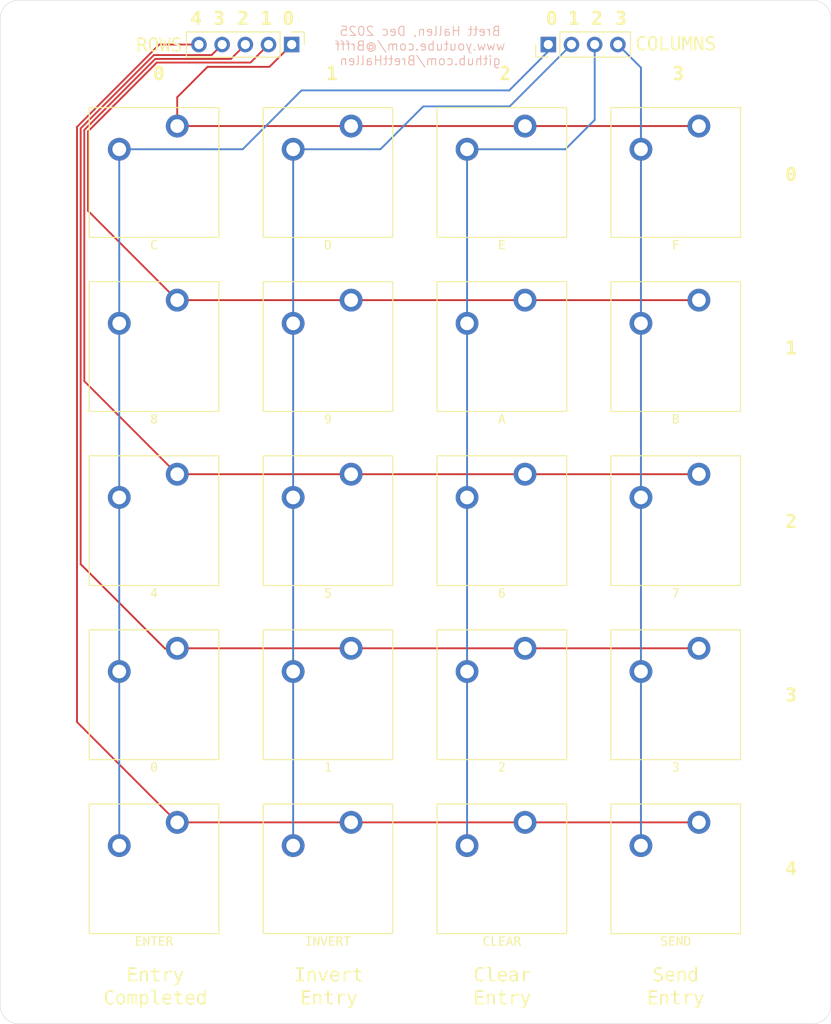
<source format=kicad_pcb>
(kicad_pcb (version 20241229) (generator "pcbnew") (generator_version "9.0")
  (title_block (title "Hex Keypad for Microcontrollers") (date "2/DEC/2025") (rev "A") (company "Brett Hallen") (comment 1 "www.youtube.com/@Brfff") (comment 2 "github.com/BrettHallen"))
  (layers (0 "F.Cu" signal) (2 "B.Cu" signal) (13 "F.Paste" user) (15 "B.Paste" user) (5 "F.SilkS" user "F.Silkscreen") (7 "B.SilkS" user "B.Silkscreen") (1 "F.Mask" user) (3 "B.Mask" user) (25 "Edge.Cuts" user))
  (net 0 "")
  (net 1 "/ROW 3")
  (net 2 "/ROW 1")
  (net 3 "/ROW 2")
  (net 4 "/ROW 4")
  (net 5 "/ROW 0")
  (net 6 "/COL 2")
  (net 7 "/COL 3")
  (net 8 "/COL 0")
  (net 9 "/COL 1")
  (footprint "MountingHole:MountingHole_3.2mm_M3" (layer "F.Cu") (at 103.18 41.69)
    (property "Reference" "H1" (hide yes))
    (property "Value" "MountingHole" (hide yes))
    (pad "" np_thru_hole circle (at 0 0) (size 3.2 3.2) (drill 3.2) (layers "*.Cu" "*.Mask"))
  )
  (footprint "PCM_Switch_Keyboard_Cherry_MX:SW_Cherry_MX_PCB_1.00u" (layer "F.Cu") (at 135.08 94.64)
    (property "Reference" "SW10" (hide yes))
    (property "Value" "5" (at 0 8 0) (layer "F.SilkS"))
    (fp_line (start -7.1 -7.1) (end -7.1 7.1) (stroke (width 0.12)) (layer "F.SilkS"))
    (fp_line (start -7.1 7.1) (end 7.1 7.1) (stroke (width 0.12)) (layer "F.SilkS"))
    (fp_line (start 7.1 -7.1) (end -7.1 -7.1) (stroke (width 0.12)) (layer "F.SilkS"))
    (fp_line (start 7.1 7.1) (end 7.1 -7.1) (stroke (width 0.12)) (layer "F.SilkS"))
    (pad "" np_thru_hole circle (at -5.08 0) (size 1.75 1.75) (drill 1.75) (layers "*.Cu" "*.Mask"))
    (pad "" np_thru_hole circle (at 0 0) (size 4 4) (drill 4) (layers "*.Cu" "*.Mask"))
    (pad "" np_thru_hole circle (at 5.08 0) (size 1.75 1.75) (drill 1.75) (layers "*.Cu" "*.Mask"))
    (pad "1" thru_hole circle (at -3.81 -2.54) (size 2.5 2.5) (drill 1.5) (layers "*.Cu" "*.Mask") (net 9 "/COL 1"))
    (pad "2" thru_hole circle (at 2.54 -5.08) (size 2.5 2.5) (drill 1.5) (layers "*.Cu" "*.Mask") (net 3 "/ROW 2"))
  )
  (footprint "PCM_Switch_Keyboard_Cherry_MX:SW_Cherry_MX_PCB_1.00u" (layer "F.Cu") (at 154.13 56.54)
    (property "Reference" "SW3" (hide yes))
    (property "Value" "E" (at 0 8 0) (layer "F.SilkS"))
    (fp_line (start -7.1 -7.1) (end -7.1 7.1) (stroke (width 0.12)) (layer "F.SilkS"))
    (fp_line (start -7.1 7.1) (end 7.1 7.1) (stroke (width 0.12)) (layer "F.SilkS"))
    (fp_line (start 7.1 -7.1) (end -7.1 -7.1) (stroke (width 0.12)) (layer "F.SilkS"))
    (fp_line (start 7.1 7.1) (end 7.1 -7.1) (stroke (width 0.12)) (layer "F.SilkS"))
    (pad "" np_thru_hole circle (at -5.08 0) (size 1.75 1.75) (drill 1.75) (layers "*.Cu" "*.Mask"))
    (pad "" np_thru_hole circle (at 0 0) (size 4 4) (drill 4) (layers "*.Cu" "*.Mask"))
    (pad "" np_thru_hole circle (at 5.08 0) (size 1.75 1.75) (drill 1.75) (layers "*.Cu" "*.Mask"))
    (pad "1" thru_hole circle (at -3.81 -2.54) (size 2.5 2.5) (drill 1.5) (layers "*.Cu" "*.Mask") (net 6 "/COL 2"))
    (pad "2" thru_hole circle (at 2.54 -5.08) (size 2.5 2.5) (drill 1.5) (layers "*.Cu" "*.Mask") (net 5 "/ROW 0"))
  )
  (footprint "PCM_Switch_Keyboard_Cherry_MX:SW_Cherry_MX_PCB_1.00u" (layer "F.Cu") (at 135.08 56.54)
    (property "Reference" "SW2" (hide yes))
    (property "Value" "D" (at 0 8 0) (layer "F.SilkS"))
    (fp_line (start -7.1 -7.1) (end -7.1 7.1) (stroke (width 0.12)) (layer "F.SilkS"))
    (fp_line (start -7.1 7.1) (end 7.1 7.1) (stroke (width 0.12)) (layer "F.SilkS"))
    (fp_line (start 7.1 -7.1) (end -7.1 -7.1) (stroke (width 0.12)) (layer "F.SilkS"))
    (fp_line (start 7.1 7.1) (end 7.1 -7.1) (stroke (width 0.12)) (layer "F.SilkS"))
    (pad "" np_thru_hole circle (at -5.08 0) (size 1.75 1.75) (drill 1.75) (layers "*.Cu" "*.Mask"))
    (pad "" np_thru_hole circle (at 0 0) (size 4 4) (drill 4) (layers "*.Cu" "*.Mask"))
    (pad "" np_thru_hole circle (at 5.08 0) (size 1.75 1.75) (drill 1.75) (layers "*.Cu" "*.Mask"))
    (pad "1" thru_hole circle (at -3.81 -2.54) (size 2.5 2.5) (drill 1.5) (layers "*.Cu" "*.Mask") (net 9 "/COL 1"))
    (pad "2" thru_hole circle (at 2.54 -5.08) (size 2.5 2.5) (drill 1.5) (layers "*.Cu" "*.Mask") (net 5 "/ROW 0"))
  )
  (footprint "PCM_Switch_Keyboard_Cherry_MX:SW_Cherry_MX_PCB_1.00u" (layer "F.Cu") (at 173.18 75.59)
    (property "Reference" "SW8" (hide yes))
    (property "Value" "B" (at 0 8 0) (layer "F.SilkS"))
    (fp_line (start -7.1 -7.1) (end -7.1 7.1) (stroke (width 0.12)) (layer "F.SilkS"))
    (fp_line (start -7.1 7.1) (end 7.1 7.1) (stroke (width 0.12)) (layer "F.SilkS"))
    (fp_line (start 7.1 -7.1) (end -7.1 -7.1) (stroke (width 0.12)) (layer "F.SilkS"))
    (fp_line (start 7.1 7.1) (end 7.1 -7.1) (stroke (width 0.12)) (layer "F.SilkS"))
    (pad "" np_thru_hole circle (at -5.08 0) (size 1.75 1.75) (drill 1.75) (layers "*.Cu" "*.Mask"))
    (pad "" np_thru_hole circle (at 0 0) (size 4 4) (drill 4) (layers "*.Cu" "*.Mask"))
    (pad "" np_thru_hole circle (at 5.08 0) (size 1.75 1.75) (drill 1.75) (layers "*.Cu" "*.Mask"))
    (pad "1" thru_hole circle (at -3.81 -2.54) (size 2.5 2.5) (drill 1.5) (layers "*.Cu" "*.Mask") (net 7 "/COL 3"))
    (pad "2" thru_hole circle (at 2.54 -5.08) (size 2.5 2.5) (drill 1.5) (layers "*.Cu" "*.Mask") (net 2 "/ROW 1"))
  )
  (footprint "PCM_Switch_Keyboard_Cherry_MX:SW_Cherry_MX_PCB_1.00u" (layer "F.Cu") (at 116.03 132.74)
    (property "Reference" "SW17" (hide yes))
    (property "Value" "ENTER" (at 0 8 0) (layer "F.SilkS"))
    (fp_line (start -7.1 -7.1) (end -7.1 7.1) (stroke (width 0.12)) (layer "F.SilkS"))
    (fp_line (start -7.1 7.1) (end 7.1 7.1) (stroke (width 0.12)) (layer "F.SilkS"))
    (fp_line (start 7.1 -7.1) (end -7.1 -7.1) (stroke (width 0.12)) (layer "F.SilkS"))
    (fp_line (start 7.1 7.1) (end 7.1 -7.1) (stroke (width 0.12)) (layer "F.SilkS"))
    (pad "" np_thru_hole circle (at -5.08 0) (size 1.75 1.75) (drill 1.75) (layers "*.Cu" "*.Mask"))
    (pad "" np_thru_hole circle (at 0 0) (size 4 4) (drill 4) (layers "*.Cu" "*.Mask"))
    (pad "" np_thru_hole circle (at 5.08 0) (size 1.75 1.75) (drill 1.75) (layers "*.Cu" "*.Mask"))
    (pad "1" thru_hole circle (at -3.81 -2.54) (size 2.5 2.5) (drill 1.5) (layers "*.Cu" "*.Mask") (net 8 "/COL 0"))
    (pad "2" thru_hole circle (at 2.54 -5.08) (size 2.5 2.5) (drill 1.5) (layers "*.Cu" "*.Mask") (net 4 "/ROW 4"))
  )
  (footprint "PCM_Switch_Keyboard_Cherry_MX:SW_Cherry_MX_PCB_1.00u" (layer "F.Cu") (at 154.13 94.64)
    (property "Reference" "SW11" (hide yes))
    (property "Value" "6" (at 0 8 0) (layer "F.SilkS"))
    (fp_line (start -7.1 -7.1) (end -7.1 7.1) (stroke (width 0.12)) (layer "F.SilkS"))
    (fp_line (start -7.1 7.1) (end 7.1 7.1) (stroke (width 0.12)) (layer "F.SilkS"))
    (fp_line (start 7.1 -7.1) (end -7.1 -7.1) (stroke (width 0.12)) (layer "F.SilkS"))
    (fp_line (start 7.1 7.1) (end 7.1 -7.1) (stroke (width 0.12)) (layer "F.SilkS"))
    (pad "" np_thru_hole circle (at -5.08 0) (size 1.75 1.75) (drill 1.75) (layers "*.Cu" "*.Mask"))
    (pad "" np_thru_hole circle (at 0 0) (size 4 4) (drill 4) (layers "*.Cu" "*.Mask"))
    (pad "" np_thru_hole circle (at 5.08 0) (size 1.75 1.75) (drill 1.75) (layers "*.Cu" "*.Mask"))
    (pad "1" thru_hole circle (at -3.81 -2.54) (size 2.5 2.5) (drill 1.5) (layers "*.Cu" "*.Mask") (net 6 "/COL 2"))
    (pad "2" thru_hole circle (at 2.54 -5.08) (size 2.5 2.5) (drill 1.5) (layers "*.Cu" "*.Mask") (net 3 "/ROW 2"))
  )
  (footprint "PCM_Switch_Keyboard_Cherry_MX:SW_Cherry_MX_PCB_1.00u" (layer "F.Cu") (at 116.03 113.69)
    (property "Reference" "SW13" (hide yes))
    (property "Value" "0" (at 0 8 0) (layer "F.SilkS"))
    (fp_line (start -7.1 -7.1) (end -7.1 7.1) (stroke (width 0.12)) (layer "F.SilkS"))
    (fp_line (start -7.1 7.1) (end 7.1 7.1) (stroke (width 0.12)) (layer "F.SilkS"))
    (fp_line (start 7.1 -7.1) (end -7.1 -7.1) (stroke (width 0.12)) (layer "F.SilkS"))
    (fp_line (start 7.1 7.1) (end 7.1 -7.1) (stroke (width 0.12)) (layer "F.SilkS"))
    (pad "" np_thru_hole circle (at -5.08 0) (size 1.75 1.75) (drill 1.75) (layers "*.Cu" "*.Mask"))
    (pad "" np_thru_hole circle (at 0 0) (size 4 4) (drill 4) (layers "*.Cu" "*.Mask"))
    (pad "" np_thru_hole circle (at 5.08 0) (size 1.75 1.75) (drill 1.75) (layers "*.Cu" "*.Mask"))
    (pad "1" thru_hole circle (at -3.81 -2.54) (size 2.5 2.5) (drill 1.5) (layers "*.Cu" "*.Mask") (net 8 "/COL 0"))
    (pad "2" thru_hole circle (at 2.54 -5.08) (size 2.5 2.5) (drill 1.5) (layers "*.Cu" "*.Mask") (net 1 "/ROW 3"))
  )
  (footprint "PCM_Switch_Keyboard_Cherry_MX:SW_Cherry_MX_PCB_1.00u" (layer "F.Cu") (at 135.08 75.59)
    (property "Reference" "SW6" (hide yes))
    (property "Value" "9" (at 0 8 0) (layer "F.SilkS"))
    (fp_line (start -7.1 -7.1) (end -7.1 7.1) (stroke (width 0.12)) (layer "F.SilkS"))
    (fp_line (start -7.1 7.1) (end 7.1 7.1) (stroke (width 0.12)) (layer "F.SilkS"))
    (fp_line (start 7.1 -7.1) (end -7.1 -7.1) (stroke (width 0.12)) (layer "F.SilkS"))
    (fp_line (start 7.1 7.1) (end 7.1 -7.1) (stroke (width 0.12)) (layer "F.SilkS"))
    (pad "" np_thru_hole circle (at -5.08 0) (size 1.75 1.75) (drill 1.75) (layers "*.Cu" "*.Mask"))
    (pad "" np_thru_hole circle (at 0 0) (size 4 4) (drill 4) (layers "*.Cu" "*.Mask"))
    (pad "" np_thru_hole circle (at 5.08 0) (size 1.75 1.75) (drill 1.75) (layers "*.Cu" "*.Mask"))
    (pad "1" thru_hole circle (at -3.81 -2.54) (size 2.5 2.5) (drill 1.5) (layers "*.Cu" "*.Mask") (net 9 "/COL 1"))
    (pad "2" thru_hole circle (at 2.54 -5.08) (size 2.5 2.5) (drill 1.5) (layers "*.Cu" "*.Mask") (net 2 "/ROW 1"))
  )
  (footprint "MountingHole:MountingHole_3.2mm_M3" (layer "F.Cu") (at 186.18 41.69)
    (property "Reference" "H2" (hide yes))
    (property "Value" "MountingHole" (hide yes))
    (pad "" np_thru_hole circle (at 0 0) (size 3.2 3.2) (drill 3.2) (layers "*.Cu" "*.Mask"))
  )
  (footprint "Connector_PinHeader_2.54mm:PinHeader_1x05_P2.54mm_Vertical" (layer "F.Cu") (at 131.11 42.54 -90)
    (property "Reference" "J1" (hide yes))
    (property "Value" "ROWS" (at 0.13 14.51 180) (layer "F.SilkS") (effects (font (size 1.5 1.5))))
    (fp_line (start -1.38 11.54) (end 1.38 11.54) (stroke (width 0.12)) (layer "F.SilkS"))
    (fp_line (start -1.38 1.27) (end -1.38 11.54) (stroke (width 0.12)) (layer "F.SilkS"))
    (fp_line (start -1.38 1.27) (end 1.38 1.27) (stroke (width 0.12)) (layer "F.SilkS"))
    (fp_line (start 1.38 1.27) (end 1.38 11.54) (stroke (width 0.12)) (layer "F.SilkS"))
    (fp_line (start -1.38 0) (end -1.38 -1.38) (stroke (width 0.12)) (layer "F.SilkS"))
    (fp_line (start -1.38 -1.38) (end 0 -1.38) (stroke (width 0.12)) (layer "F.SilkS"))
    (pad "1" thru_hole rect (at 0 0 270) (size 1.7 1.7) (drill 1) (layers "*.Cu" "*.Mask") (net 5 "/ROW 0"))
    (pad "2" thru_hole circle (at 0 2.54 270) (size 1.7 1.7) (drill 1) (layers "*.Cu" "*.Mask") (net 2 "/ROW 1"))
    (pad "3" thru_hole circle (at 0 5.08 270) (size 1.7 1.7) (drill 1) (layers "*.Cu" "*.Mask") (net 3 "/ROW 2"))
    (pad "4" thru_hole circle (at 0 7.62 270) (size 1.7 1.7) (drill 1) (layers "*.Cu" "*.Mask") (net 1 "/ROW 3"))
    (pad "5" thru_hole circle (at 0 10.16 270) (size 1.7 1.7) (drill 1) (layers "*.Cu" "*.Mask") (net 4 "/ROW 4"))
  )
  (footprint "PCM_Switch_Keyboard_Cherry_MX:SW_Cherry_MX_PCB_1.00u" (layer "F.Cu") (at 154.13 75.59)
    (property "Reference" "SW7" (hide yes))
    (property "Value" "A" (at 0 8 0) (layer "F.SilkS"))
    (fp_line (start -7.1 -7.1) (end -7.1 7.1) (stroke (width 0.12)) (layer "F.SilkS"))
    (fp_line (start -7.1 7.1) (end 7.1 7.1) (stroke (width 0.12)) (layer "F.SilkS"))
    (fp_line (start 7.1 -7.1) (end -7.1 -7.1) (stroke (width 0.12)) (layer "F.SilkS"))
    (fp_line (start 7.1 7.1) (end 7.1 -7.1) (stroke (width 0.12)) (layer "F.SilkS"))
    (pad "" np_thru_hole circle (at -5.08 0) (size 1.75 1.75) (drill 1.75) (layers "*.Cu" "*.Mask"))
    (pad "" np_thru_hole circle (at 0 0) (size 4 4) (drill 4) (layers "*.Cu" "*.Mask"))
    (pad "" np_thru_hole circle (at 5.08 0) (size 1.75 1.75) (drill 1.75) (layers "*.Cu" "*.Mask"))
    (pad "1" thru_hole circle (at -3.81 -2.54) (size 2.5 2.5) (drill 1.5) (layers "*.Cu" "*.Mask") (net 6 "/COL 2"))
    (pad "2" thru_hole circle (at 2.54 -5.08) (size 2.5 2.5) (drill 1.5) (layers "*.Cu" "*.Mask") (net 2 "/ROW 1"))
  )
  (footprint "PCM_Switch_Keyboard_Cherry_MX:SW_Cherry_MX_PCB_1.00u" (layer "F.Cu") (at 173.18 56.54)
    (property "Reference" "SW4" (hide yes))
    (property "Value" "F" (at 0 8 0) (layer "F.SilkS"))
    (fp_line (start -7.1 -7.1) (end -7.1 7.1) (stroke (width 0.12)) (layer "F.SilkS"))
    (fp_line (start -7.1 7.1) (end 7.1 7.1) (stroke (width 0.12)) (layer "F.SilkS"))
    (fp_line (start 7.1 -7.1) (end -7.1 -7.1) (stroke (width 0.12)) (layer "F.SilkS"))
    (fp_line (start 7.1 7.1) (end 7.1 -7.1) (stroke (width 0.12)) (layer "F.SilkS"))
    (pad "" np_thru_hole circle (at -5.08 0) (size 1.75 1.75) (drill 1.75) (layers "*.Cu" "*.Mask"))
    (pad "" np_thru_hole circle (at 0 0) (size 4 4) (drill 4) (layers "*.Cu" "*.Mask"))
    (pad "" np_thru_hole circle (at 5.08 0) (size 1.75 1.75) (drill 1.75) (layers "*.Cu" "*.Mask"))
    (pad "1" thru_hole circle (at -3.81 -2.54) (size 2.5 2.5) (drill 1.5) (layers "*.Cu" "*.Mask") (net 7 "/COL 3"))
    (pad "2" thru_hole circle (at 2.54 -5.08) (size 2.5 2.5) (drill 1.5) (layers "*.Cu" "*.Mask") (net 5 "/ROW 0"))
  )
  (footprint "Connector_PinHeader_2.54mm:PinHeader_1x04_P2.54mm_Vertical" (layer "F.Cu") (at 159.22 42.54 90)
    (property "Reference" "J2" (hide yes))
    (property "Value" "COLUMNS" (at 0 13.96 180) (layer "F.SilkS") (effects (font (size 1.5 1.5))))
    (fp_line (start -1.38 -1.38) (end 0 -1.38) (stroke (width 0.12)) (layer "F.SilkS"))
    (fp_line (start -1.38 0) (end -1.38 -1.38) (stroke (width 0.12)) (layer "F.SilkS"))
    (fp_line (start 1.38 1.27) (end 1.38 9) (stroke (width 0.12)) (layer "F.SilkS"))
    (fp_line (start -1.38 1.27) (end 1.38 1.27) (stroke (width 0.12)) (layer "F.SilkS"))
    (fp_line (start -1.38 1.27) (end -1.38 9) (stroke (width 0.12)) (layer "F.SilkS"))
    (fp_line (start -1.38 9) (end 1.38 9) (stroke (width 0.12)) (layer "F.SilkS"))
    (pad "1" thru_hole rect (at 0 0 90) (size 1.7 1.7) (drill 1) (layers "*.Cu" "*.Mask") (net 8 "/COL 0"))
    (pad "2" thru_hole circle (at 0 2.54 90) (size 1.7 1.7) (drill 1) (layers "*.Cu" "*.Mask") (net 9 "/COL 1"))
    (pad "3" thru_hole circle (at 0 5.08 90) (size 1.7 1.7) (drill 1) (layers "*.Cu" "*.Mask") (net 6 "/COL 2"))
    (pad "4" thru_hole circle (at 0 7.62 90) (size 1.7 1.7) (drill 1) (layers "*.Cu" "*.Mask") (net 7 "/COL 3"))
  )
  (footprint "MountingHole:MountingHole_3.2mm_M3" (layer "F.Cu") (at 186.18 145.69)
    (property "Reference" "H4" (hide yes))
    (property "Value" "MountingHole" (hide yes))
    (pad "" np_thru_hole circle (at 0 0) (size 3.2 3.2) (drill 3.2) (layers "*.Cu" "*.Mask"))
  )
  (footprint "PCM_Switch_Keyboard_Cherry_MX:SW_Cherry_MX_PCB_1.00u" (layer "F.Cu") (at 173.18 113.69)
    (property "Reference" "SW16" (hide yes))
    (property "Value" "3" (at 0 8 0) (layer "F.SilkS"))
    (fp_line (start -7.1 -7.1) (end -7.1 7.1) (stroke (width 0.12)) (layer "F.SilkS"))
    (fp_line (start -7.1 7.1) (end 7.1 7.1) (stroke (width 0.12)) (layer "F.SilkS"))
    (fp_line (start 7.1 -7.1) (end -7.1 -7.1) (stroke (width 0.12)) (layer "F.SilkS"))
    (fp_line (start 7.1 7.1) (end 7.1 -7.1) (stroke (width 0.12)) (layer "F.SilkS"))
    (pad "" np_thru_hole circle (at -5.08 0) (size 1.75 1.75) (drill 1.75) (layers "*.Cu" "*.Mask"))
    (pad "" np_thru_hole circle (at 0 0) (size 4 4) (drill 4) (layers "*.Cu" "*.Mask"))
    (pad "" np_thru_hole circle (at 5.08 0) (size 1.75 1.75) (drill 1.75) (layers "*.Cu" "*.Mask"))
    (pad "1" thru_hole circle (at -3.81 -2.54) (size 2.5 2.5) (drill 1.5) (layers "*.Cu" "*.Mask") (net 7 "/COL 3"))
    (pad "2" thru_hole circle (at 2.54 -5.08) (size 2.5 2.5) (drill 1.5) (layers "*.Cu" "*.Mask") (net 1 "/ROW 3"))
  )
  (footprint "MountingHole:MountingHole_3.2mm_M3" (layer "F.Cu") (at 103.18 145.69)
    (property "Reference" "H3" (hide yes))
    (property "Value" "MountingHole" (hide yes))
    (pad "" np_thru_hole circle (at 0 0) (size 3.2 3.2) (drill 3.2) (layers "*.Cu" "*.Mask"))
  )
  (footprint "PCM_Switch_Keyboard_Cherry_MX:SW_Cherry_MX_PCB_1.00u" (layer "F.Cu") (at 154.13 132.74)
    (property "Reference" "SW19" (hide yes))
    (property "Value" "CLEAR" (at 0 8 0) (layer "F.SilkS"))
    (fp_line (start -7.1 -7.1) (end -7.1 7.1) (stroke (width 0.12)) (layer "F.SilkS"))
    (fp_line (start -7.1 7.1) (end 7.1 7.1) (stroke (width 0.12)) (layer "F.SilkS"))
    (fp_line (start 7.1 -7.1) (end -7.1 -7.1) (stroke (width 0.12)) (layer "F.SilkS"))
    (fp_line (start 7.1 7.1) (end 7.1 -7.1) (stroke (width 0.12)) (layer "F.SilkS"))
    (pad "" np_thru_hole circle (at -5.08 0) (size 1.75 1.75) (drill 1.75) (layers "*.Cu" "*.Mask"))
    (pad "" np_thru_hole circle (at 0 0) (size 4 4) (drill 4) (layers "*.Cu" "*.Mask"))
    (pad "" np_thru_hole circle (at 5.08 0) (size 1.75 1.75) (drill 1.75) (layers "*.Cu" "*.Mask"))
    (pad "1" thru_hole circle (at -3.81 -2.54) (size 2.5 2.5) (drill 1.5) (layers "*.Cu" "*.Mask") (net 6 "/COL 2"))
    (pad "2" thru_hole circle (at 2.54 -5.08) (size 2.5 2.5) (drill 1.5) (layers "*.Cu" "*.Mask") (net 4 "/ROW 4"))
  )
  (footprint "PCM_Switch_Keyboard_Cherry_MX:SW_Cherry_MX_PCB_1.00u" (layer "F.Cu") (at 173.18 94.64)
    (property "Reference" "SW12" (hide yes))
    (property "Value" "7" (at 0 8 0) (layer "F.SilkS"))
    (fp_line (start -7.1 -7.1) (end -7.1 7.1) (stroke (width 0.12)) (layer "F.SilkS"))
    (fp_line (start -7.1 7.1) (end 7.1 7.1) (stroke (width 0.12)) (layer "F.SilkS"))
    (fp_line (start 7.1 -7.1) (end -7.1 -7.1) (stroke (width 0.12)) (layer "F.SilkS"))
    (fp_line (start 7.1 7.1) (end 7.1 -7.1) (stroke (width 0.12)) (layer "F.SilkS"))
    (pad "" np_thru_hole circle (at -5.08 0) (size 1.75 1.75) (drill 1.75) (layers "*.Cu" "*.Mask"))
    (pad "" np_thru_hole circle (at 0 0) (size 4 4) (drill 4) (layers "*.Cu" "*.Mask"))
    (pad "" np_thru_hole circle (at 5.08 0) (size 1.75 1.75) (drill 1.75) (layers "*.Cu" "*.Mask"))
    (pad "1" thru_hole circle (at -3.81 -2.54) (size 2.5 2.5) (drill 1.5) (layers "*.Cu" "*.Mask") (net 7 "/COL 3"))
    (pad "2" thru_hole circle (at 2.54 -5.08) (size 2.5 2.5) (drill 1.5) (layers "*.Cu" "*.Mask") (net 3 "/ROW 2"))
  )
  (footprint "PCM_Switch_Keyboard_Cherry_MX:SW_Cherry_MX_PCB_1.00u" (layer "F.Cu") (at 116.03 75.59)
    (property "Reference" "SW5" (hide yes))
    (property "Value" "8" (at 0 8 0) (layer "F.SilkS"))
    (fp_line (start -7.1 -7.1) (end -7.1 7.1) (stroke (width 0.12)) (layer "F.SilkS"))
    (fp_line (start -7.1 7.1) (end 7.1 7.1) (stroke (width 0.12)) (layer "F.SilkS"))
    (fp_line (start 7.1 -7.1) (end -7.1 -7.1) (stroke (width 0.12)) (layer "F.SilkS"))
    (fp_line (start 7.1 7.1) (end 7.1 -7.1) (stroke (width 0.12)) (layer "F.SilkS"))
    (pad "" np_thru_hole circle (at -5.08 0) (size 1.75 1.75) (drill 1.75) (layers "*.Cu" "*.Mask"))
    (pad "" np_thru_hole circle (at 0 0) (size 4 4) (drill 4) (layers "*.Cu" "*.Mask"))
    (pad "" np_thru_hole circle (at 5.08 0) (size 1.75 1.75) (drill 1.75) (layers "*.Cu" "*.Mask"))
    (pad "1" thru_hole circle (at -3.81 -2.54) (size 2.5 2.5) (drill 1.5) (layers "*.Cu" "*.Mask") (net 8 "/COL 0"))
    (pad "2" thru_hole circle (at 2.54 -5.08) (size 2.5 2.5) (drill 1.5) (layers "*.Cu" "*.Mask") (net 2 "/ROW 1"))
  )
  (footprint "PCM_Switch_Keyboard_Cherry_MX:SW_Cherry_MX_PCB_1.00u" (layer "F.Cu") (at 116.03 94.64)
    (property "Reference" "SW9" (hide yes))
    (property "Value" "4" (at 0 8 0) (layer "F.SilkS"))
    (fp_line (start -7.1 -7.1) (end -7.1 7.1) (stroke (width 0.12)) (layer "F.SilkS"))
    (fp_line (start -7.1 7.1) (end 7.1 7.1) (stroke (width 0.12)) (layer "F.SilkS"))
    (fp_line (start 7.1 -7.1) (end -7.1 -7.1) (stroke (width 0.12)) (layer "F.SilkS"))
    (fp_line (start 7.1 7.1) (end 7.1 -7.1) (stroke (width 0.12)) (layer "F.SilkS"))
    (pad "" np_thru_hole circle (at -5.08 0) (size 1.75 1.75) (drill 1.75) (layers "*.Cu" "*.Mask"))
    (pad "" np_thru_hole circle (at 0 0) (size 4 4) (drill 4) (layers "*.Cu" "*.Mask"))
    (pad "" np_thru_hole circle (at 5.08 0) (size 1.75 1.75) (drill 1.75) (layers "*.Cu" "*.Mask"))
    (pad "1" thru_hole circle (at -3.81 -2.54) (size 2.5 2.5) (drill 1.5) (layers "*.Cu" "*.Mask") (net 8 "/COL 0"))
    (pad "2" thru_hole circle (at 2.54 -5.08) (size 2.5 2.5) (drill 1.5) (layers "*.Cu" "*.Mask") (net 3 "/ROW 2"))
  )
  (footprint "PCM_Switch_Keyboard_Cherry_MX:SW_Cherry_MX_PCB_1.00u" (layer "F.Cu") (at 135.08 132.74)
    (property "Reference" "SW18" (hide yes))
    (property "Value" "INVERT" (at 0 8 0) (layer "F.SilkS"))
    (fp_line (start -7.1 -7.1) (end -7.1 7.1) (stroke (width 0.12)) (layer "F.SilkS"))
    (fp_line (start -7.1 7.1) (end 7.1 7.1) (stroke (width 0.12)) (layer "F.SilkS"))
    (fp_line (start 7.1 -7.1) (end -7.1 -7.1) (stroke (width 0.12)) (layer "F.SilkS"))
    (fp_line (start 7.1 7.1) (end 7.1 -7.1) (stroke (width 0.12)) (layer "F.SilkS"))
    (pad "" np_thru_hole circle (at -5.08 0) (size 1.75 1.75) (drill 1.75) (layers "*.Cu" "*.Mask"))
    (pad "" np_thru_hole circle (at 0 0) (size 4 4) (drill 4) (layers "*.Cu" "*.Mask"))
    (pad "" np_thru_hole circle (at 5.08 0) (size 1.75 1.75) (drill 1.75) (layers "*.Cu" "*.Mask"))
    (pad "1" thru_hole circle (at -3.81 -2.54) (size 2.5 2.5) (drill 1.5) (layers "*.Cu" "*.Mask") (net 9 "/COL 1"))
    (pad "2" thru_hole circle (at 2.54 -5.08) (size 2.5 2.5) (drill 1.5) (layers "*.Cu" "*.Mask") (net 4 "/ROW 4"))
  )
  (footprint "PCM_Switch_Keyboard_Cherry_MX:SW_Cherry_MX_PCB_1.00u" (layer "F.Cu") (at 154.13 113.69)
    (property "Reference" "SW15" (hide yes))
    (property "Value" "2" (at 0 8 0) (layer "F.SilkS"))
    (fp_line (start -7.1 -7.1) (end -7.1 7.1) (stroke (width 0.12)) (layer "F.SilkS"))
    (fp_line (start -7.1 7.1) (end 7.1 7.1) (stroke (width 0.12)) (layer "F.SilkS"))
    (fp_line (start 7.1 -7.1) (end -7.1 -7.1) (stroke (width 0.12)) (layer "F.SilkS"))
    (fp_line (start 7.1 7.1) (end 7.1 -7.1) (stroke (width 0.12)) (layer "F.SilkS"))
    (pad "" np_thru_hole circle (at -5.08 0) (size 1.75 1.75) (drill 1.75) (layers "*.Cu" "*.Mask"))
    (pad "" np_thru_hole circle (at 0 0) (size 4 4) (drill 4) (layers "*.Cu" "*.Mask"))
    (pad "" np_thru_hole circle (at 5.08 0) (size 1.75 1.75) (drill 1.75) (layers "*.Cu" "*.Mask"))
    (pad "1" thru_hole circle (at -3.81 -2.54) (size 2.5 2.5) (drill 1.5) (layers "*.Cu" "*.Mask") (net 6 "/COL 2"))
    (pad "2" thru_hole circle (at 2.54 -5.08) (size 2.5 2.5) (drill 1.5) (layers "*.Cu" "*.Mask") (net 1 "/ROW 3"))
  )
  (footprint "PCM_Switch_Keyboard_Cherry_MX:SW_Cherry_MX_PCB_1.00u" (layer "F.Cu") (at 173.18 132.74)
    (property "Reference" "SW20" (hide yes))
    (property "Value" "SEND" (at 0 8 0) (layer "F.SilkS"))
    (fp_line (start -7.1 -7.1) (end -7.1 7.1) (stroke (width 0.12)) (layer "F.SilkS"))
    (fp_line (start -7.1 7.1) (end 7.1 7.1) (stroke (width 0.12)) (layer "F.SilkS"))
    (fp_line (start 7.1 -7.1) (end -7.1 -7.1) (stroke (width 0.12)) (layer "F.SilkS"))
    (fp_line (start 7.1 7.1) (end 7.1 -7.1) (stroke (width 0.12)) (layer "F.SilkS"))
    (pad "" np_thru_hole circle (at -5.08 0) (size 1.75 1.75) (drill 1.75) (layers "*.Cu" "*.Mask"))
    (pad "" np_thru_hole circle (at 0 0) (size 4 4) (drill 4) (layers "*.Cu" "*.Mask"))
    (pad "" np_thru_hole circle (at 5.08 0) (size 1.75 1.75) (drill 1.75) (layers "*.Cu" "*.Mask"))
    (pad "1" thru_hole circle (at -3.81 -2.54) (size 2.5 2.5) (drill 1.5) (layers "*.Cu" "*.Mask") (net 7 "/COL 3"))
    (pad "2" thru_hole circle (at 2.54 -5.08) (size 2.5 2.5) (drill 1.5) (layers "*.Cu" "*.Mask") (net 4 "/ROW 4"))
  )
  (footprint "PCM_Switch_Keyboard_Cherry_MX:SW_Cherry_MX_PCB_1.00u" (layer "F.Cu") (at 135.08 113.69)
    (property "Reference" "SW14" (hide yes))
    (property "Value" "1" (at 0 8 0) (layer "F.SilkS"))
    (fp_line (start -7.1 -7.1) (end -7.1 7.1) (stroke (width 0.12)) (layer "F.SilkS"))
    (fp_line (start -7.1 7.1) (end 7.1 7.1) (stroke (width 0.12)) (layer "F.SilkS"))
    (fp_line (start 7.1 -7.1) (end -7.1 -7.1) (stroke (width 0.12)) (layer "F.SilkS"))
    (fp_line (start 7.1 7.1) (end 7.1 -7.1) (stroke (width 0.12)) (layer "F.SilkS"))
    (pad "" np_thru_hole circle (at -5.08 0) (size 1.75 1.75) (drill 1.75) (layers "*.Cu" "*.Mask"))
    (pad "" np_thru_hole circle (at 0 0) (size 4 4) (drill 4) (layers "*.Cu" "*.Mask"))
    (pad "" np_thru_hole circle (at 5.08 0) (size 1.75 1.75) (drill 1.75) (layers "*.Cu" "*.Mask"))
    (pad "1" thru_hole circle (at -3.81 -2.54) (size 2.5 2.5) (drill 1.5) (layers "*.Cu" "*.Mask") (net 9 "/COL 1"))
    (pad "2" thru_hole circle (at 2.54 -5.08) (size 2.5 2.5) (drill 1.5) (layers "*.Cu" "*.Mask") (net 1 "/ROW 3"))
  )
  (footprint "PCM_Switch_Keyboard_Cherry_MX:SW_Cherry_MX_PCB_1.00u" (layer "F.Cu") (at 116.03 56.54)
    (property "Reference" "SW1" (hide yes))
    (property "Value" "C" (at 0 8 0) (layer "F.SilkS"))
    (fp_line (start -7.1 -7.1) (end -7.1 7.1) (stroke (width 0.12)) (layer "F.SilkS"))
    (fp_line (start -7.1 7.1) (end 7.1 7.1) (stroke (width 0.12)) (layer "F.SilkS"))
    (fp_line (start 7.1 -7.1) (end -7.1 -7.1) (stroke (width 0.12)) (layer "F.SilkS"))
    (fp_line (start 7.1 7.1) (end 7.1 -7.1) (stroke (width 0.12)) (layer "F.SilkS"))
    (pad "" np_thru_hole circle (at -5.08 0) (size 1.75 1.75) (drill 1.75) (layers "*.Cu" "*.Mask"))
    (pad "" np_thru_hole circle (at 0 0) (size 4 4) (drill 4) (layers "*.Cu" "*.Mask"))
    (pad "" np_thru_hole circle (at 5.08 0) (size 1.75 1.75) (drill 1.75) (layers "*.Cu" "*.Mask"))
    (pad "1" thru_hole circle (at -3.81 -2.54) (size 2.5 2.5) (drill 1.5) (layers "*.Cu" "*.Mask") (net 8 "/COL 0"))
    (pad "2" thru_hole circle (at 2.54 -5.08) (size 2.5 2.5) (drill 1.5) (layers "*.Cu" "*.Mask") (net 5 "/ROW 0"))
  )
  (gr_arc (start 188.18 37.69) (mid 189.594214 38.275786) (end 190.18 39.69) (stroke (width 0.05)) (layer "Edge.Cuts"))
  (gr_line (start 99.18 147.69) (end 99.18 39.69) (stroke (width 0.05)) (layer "Edge.Cuts"))
  (gr_line (start 101.18 37.69) (end 188.18 37.69) (stroke (width 0.05)) (layer "Edge.Cuts"))
  (gr_arc (start 101.18 149.69) (mid 99.765786 149.104214) (end 99.18 147.69) (stroke (width 0.05)) (layer "Edge.Cuts"))
  (gr_arc (start 99.18 39.69) (mid 99.765786 38.275786) (end 101.18 37.69) (stroke (width 0.05)) (layer "Edge.Cuts"))
  (gr_line (start 188.18 149.69) (end 101.18 149.69) (stroke (width 0.05)) (layer "Edge.Cuts"))
  (gr_arc (start 190.18 147.69) (mid 189.594214 149.104214) (end 188.18 149.69) (stroke (width 0.05)) (layer "Edge.Cuts"))
  (gr_line (start 190.18 39.69) (end 190.18 147.69) (stroke (width 0.05)) (layer "Edge.Cuts"))
  (gr_text "0" (at 130.11 40.64 0) (layer "F.SilkS") (effects (font (size 1.5 1.5) (thickness 0.3) (bold yes)) (justify left bottom)))
  (gr_text "1" (at 162.65 40.64 0) (layer "F.SilkS") (effects (font (size 1.5 1.5) (thickness 0.3) (bold yes)) (justify right bottom)))
  (gr_text "0" (at 185.18 57.7275 0) (layer "F.SilkS") (effects (font (size 1.5 1.5) (thickness 0.3) (bold yes)) (justify left bottom)))
  (gr_text "2" (at 185.18 95.7025 0) (layer "F.SilkS") (effects (font (size 1.5 1.5) (thickness 0.3) (bold yes)) (justify left bottom)))
  (gr_text "Entry\nCompleted" (at 116.18 145.69 0) (layer "F.SilkS") (effects (font (size 1.5 1.5) (thickness 0.1))))
  (gr_text "1" (at 185.18 76.715 0) (layer "F.SilkS") (effects (font (size 1.5 1.5) (thickness 0.3) (bold yes)) (justify left bottom)))
  (gr_text "1" (at 127.68 40.64 0) (layer "F.SilkS") (effects (font (size 1.5 1.5) (thickness 0.3) (bold yes)) (justify left bottom)))
  (gr_text "3" (at 122.52 40.64 0) (layer "F.SilkS") (effects (font (size 1.5 1.5) (thickness 0.3) (bold yes)) (justify left bottom)))
  (gr_text "Send\nEntry" (at 173.18 145.69 0) (layer "F.SilkS") (effects (font (size 1.5 1.5) (thickness 0.1))))
  (gr_text "2" (at 155.12 46.69 0) (layer "F.SilkS") (effects (font (size 1.5 1.5) (thickness 0.3) (bold yes)) (justify right bottom)))
  (gr_text "3" (at 174.09 46.69 0) (layer "F.SilkS") (effects (font (size 1.5 1.5) (thickness 0.3) (bold yes)) (justify right bottom)))
  (gr_text "2" (at 125.14 40.64 0) (layer "F.SilkS") (effects (font (size 1.5 1.5) (thickness 0.3) (bold yes)) (justify left bottom)))
  (gr_text "3" (at 185.18 114.69 0) (layer "F.SilkS") (effects (font (size 1.5 1.5) (thickness 0.3) (bold yes)) (justify left bottom)))
  (gr_text "4" (at 185.18 133.6775 0) (layer "F.SilkS") (effects (font (size 1.5 1.5) (thickness 0.3) (bold yes)) (justify left bottom)))
  (gr_text "0" (at 160.22 40.64 0) (layer "F.SilkS") (effects (font (size 1.5 1.5) (thickness 0.3) (bold yes)) (justify right bottom)))
  (gr_text "0" (at 117.18 46.69 0) (layer "F.SilkS") (effects (font (size 1.5 1.5) (thickness 0.3) (bold yes)) (justify right bottom)))
  (gr_text "Invert\nEntry" (at 135.18 145.69 0) (layer "F.SilkS") (effects (font (size 1.5 1.5) (thickness 0.1))))
  (gr_text "Clear\nEntry" (at 154.18 145.69 0) (layer "F.SilkS") (effects (font (size 1.5 1.5) (thickness 0.1))))
  (gr_text "4" (at 120 40.64 0) (layer "F.SilkS") (effects (font (size 1.5 1.5) (thickness 0.3) (bold yes)) (justify left bottom)))
  (gr_text "3" (at 167.81 40.64 0) (layer "F.SilkS") (effects (font (size 1.5 1.5) (thickness 0.3) (bold yes)) (justify right bottom)))
  (gr_text "2" (at 165.19 40.64 0) (layer "F.SilkS") (effects (font (size 1.5 1.5) (thickness 0.3) (bold yes)) (justify right bottom)))
  (gr_text "1" (at 136.15 46.69 0) (layer "F.SilkS") (effects (font (size 1.5 1.5) (thickness 0.3) (bold yes)) (justify right bottom)))
  (gr_text "Brett Hallen, Dec 2025\nwww.youtube.com/@Brfff\ngithub.com/BrettHallen" (at 145.18 42.69 0) (layer "B.SilkS") (effects (font (size 1 1) (thickness 0.1)) (justify mirror)))
  (segment (start 122.339 43.691) (end 116.0161 43.691) (width 0.2) (layer "F.Cu") (net 1))
  (segment (start 116.0161 43.691) (end 107.991 51.7161) (width 0.2) (layer "F.Cu") (net 1))
  (segment (start 107.991 99.401) (end 117.25 108.66) (width 0.2) (layer "F.Cu") (net 1))
  (segment (start 118.57 108.61) (end 175.72 108.61) (width 0.2) (layer "F.Cu") (net 1))
  (segment (start 123.49 42.54) (end 122.339 43.691) (width 0.2) (layer "F.Cu") (net 1))
  (segment (start 117.25 108.66) (end 118.52 108.66) (width 0.2) (layer "F.Cu") (net 1))
  (segment (start 118.52 108.66) (end 118.57 108.61) (width 0.2) (layer "F.Cu") (net 1))
  (segment (start 107.991 51.7161) (end 107.991 99.401) (width 0.2) (layer "F.Cu") (net 1))
  (segment (start 136.835184 108.61) (end 137.62 108.61) (width 0.2) (layer "B.Cu") (net 1))
  (segment (start 118.57 70.51) (end 175.72 70.51) (width 0.2) (layer "F.Cu") (net 2))
  (segment (start 108.793 52.0483) (end 108.793 60.733) (width 0.2) (layer "F.Cu") (net 2))
  (segment (start 108.793 60.733) (end 118.57 70.51) (width 0.2) (layer "F.Cu") (net 2))
  (segment (start 116.3303 44.511) (end 108.793 52.0483) (width 0.2) (layer "F.Cu") (net 2))
  (segment (start 128.57 42.54) (end 126.599 44.511) (width 0.2) (layer "F.Cu") (net 2))
  (segment (start 126.599 44.511) (end 116.3303 44.511) (width 0.2) (layer "F.Cu") (net 2))
  (segment (start 126.03 42.54) (end 124.46 44.11) (width 0.2) (layer "F.Cu") (net 3))
  (segment (start 108.392 79.382) (end 118.57 89.56) (width 0.2) (layer "F.Cu") (net 3))
  (segment (start 124.46 44.11) (end 116.1642 44.11) (width 0.2) (layer "F.Cu") (net 3))
  (segment (start 118.57 89.56) (end 175.72 89.56) (width 0.2) (layer "F.Cu") (net 3))
  (segment (start 116.1642 44.11) (end 108.392 51.8822) (width 0.2) (layer "F.Cu") (net 3))
  (segment (start 108.392 51.8822) (end 108.392 79.382) (width 0.2) (layer "F.Cu") (net 3))
  (segment (start 120.95 42.54) (end 116.6 42.54) (width 0.2) (layer "F.Cu") (net 4))
  (segment (start 107.59 51.55) (end 107.59 116.68) (width 0.2) (layer "F.Cu") (net 4))
  (segment (start 118.57 127.66) (end 175.72 127.66) (width 0.2) (layer "F.Cu") (net 4))
  (segment (start 107.59 116.68) (end 118.57 127.66) (width 0.2) (layer "F.Cu") (net 4))
  (segment (start 116.6 42.54) (end 107.59 51.55) (width 0.2) (layer "F.Cu") (net 4))
  (segment (start 131.11 42.54) (end 128.67 44.98) (width 0.2) (layer "F.Cu") (net 5))
  (segment (start 118.57 48.3) (end 118.57 51.46) (width 0.2) (layer "F.Cu") (net 5))
  (segment (start 121.89 44.98) (end 118.57 48.3) (width 0.2) (layer "F.Cu") (net 5))
  (segment (start 118.57 51.46) (end 175.72 51.46) (width 0.2) (layer "F.Cu") (net 5))
  (segment (start 128.67 44.98) (end 121.89 44.98) (width 0.2) (layer "F.Cu") (net 5))
  (segment (start 164.3 42.54) (end 164.25 42.59) (width 0.2) (layer "B.Cu") (net 6))
  (segment (start 161.09 54) (end 150.32 54) (width 0.2) (layer "B.Cu") (net 6))
  (segment (start 150.32 130.2) (end 150.32 111.15) (width 0.2) (layer "B.Cu") (net 6))
  (segment (start 164.32 50.77) (end 161.09 54) (width 0.2) (layer "B.Cu") (net 6))
  (segment (start 150.32 54) (end 150.32 111.15) (width 0.2) (layer "B.Cu") (net 6))
  (segment (start 164.3 50.75) (end 164.32 50.77) (width 0.2) (layer "B.Cu") (net 6))
  (segment (start 164.3 42.54) (end 164.3 50.75) (width 0.2) (layer "B.Cu") (net 6))
  (segment (start 166.84 42.54) (end 169.37 45.07) (width 0.2) (layer "B.Cu") (net 7))
  (segment (start 169.37 130.2) (end 169.37 111.15) (width 0.2) (layer "B.Cu") (net 7))
  (segment (start 169.37 45.07) (end 169.37 111.15) (width 0.2) (layer "B.Cu") (net 7))
  (segment (start 159.22 43.28) (end 159.22 42.54) (width 0.2) (layer "B.Cu") (net 8))
  (segment (start 112.22 54) (end 125.74 54) (width 0.2) (layer "B.Cu") (net 8))
  (segment (start 112.22 54) (end 112.22 111.15) (width 0.2) (layer "B.Cu") (net 8))
  (segment (start 154.94 47.56) (end 159.22 43.28) (width 0.2) (layer "B.Cu") (net 8))
  (segment (start 112.22 111.15) (end 112.22 130.2) (width 0.2) (layer "B.Cu") (net 8))
  (segment (start 132.18 47.56) (end 154.94 47.56) (width 0.2) (layer "B.Cu") (net 8))
  (segment (start 125.74 54) (end 132.18 47.56) (width 0.2) (layer "B.Cu") (net 8))
  (segment (start 154.99 49.31) (end 145.52 49.31) (width 0.2) (layer "B.Cu") (net 9))
  (segment (start 140.83 54) (end 131.27 54) (width 0.2) (layer "B.Cu") (net 9))
  (segment (start 131.27 54) (end 131.27 111.15) (width 0.2) (layer "B.Cu") (net 9))
  (segment (start 131.27 111.15) (end 131.27 130.2) (width 0.2) (layer "B.Cu") (net 9))
  (segment (start 161.76 42.54) (end 154.99 49.31) (width 0.2) (layer "B.Cu") (net 9))
  (segment (start 145.52 49.31) (end 140.83 54) (width 0.2) (layer "B.Cu") (net 9))
)
</source>
